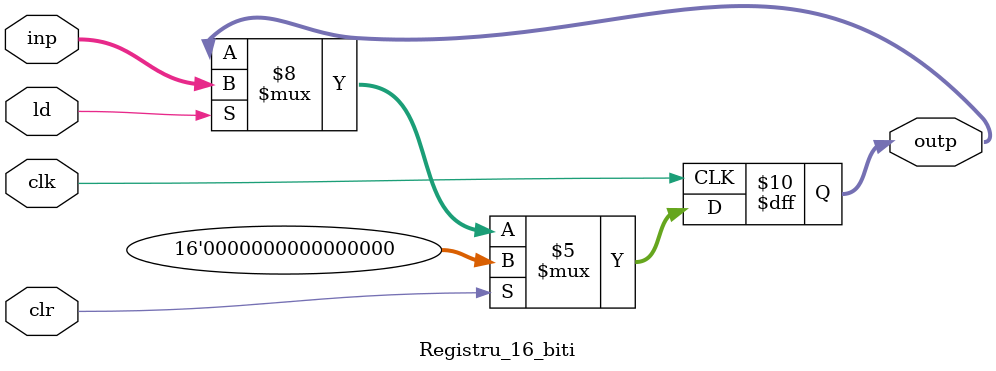
<source format=v>
`timescale 1ns / 1ps

module Registru_16_biti(
    input clk,
    input clr,
    input ld,
    input [15:0] inp,
    output reg [15:0] outp
    );
    
    always @ (posedge clk)
    begin
        if (ld == 1) begin
            outp = inp;
        end
        if (clr == 1) begin
            outp = 0;
        end
    end
endmodule

</source>
